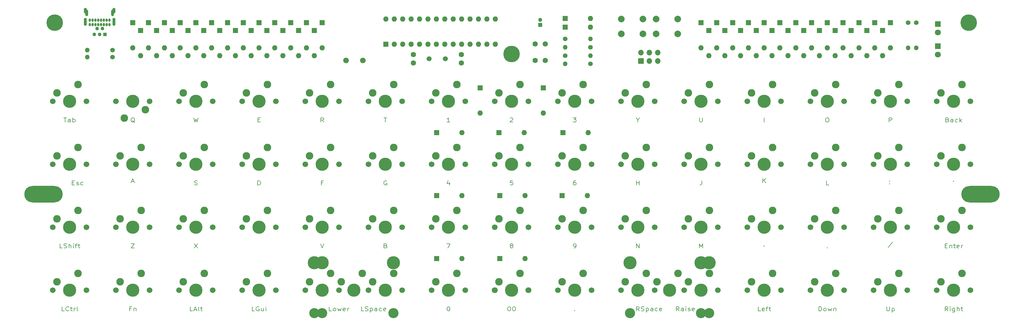
<source format=gbr>
G04 #@! TF.GenerationSoftware,KiCad,Pcbnew,(5.1.10-1-10_14)*
G04 #@! TF.CreationDate,2021-09-01T20:14:40+02:00*
G04 #@! TF.ProjectId,rosaline-ortho,726f7361-6c69-46e6-952d-6f7274686f2e,1.1*
G04 #@! TF.SameCoordinates,Original*
G04 #@! TF.FileFunction,Soldermask,Top*
G04 #@! TF.FilePolarity,Negative*
%FSLAX46Y46*%
G04 Gerber Fmt 4.6, Leading zero omitted, Abs format (unit mm)*
G04 Created by KiCad (PCBNEW (5.1.10-1-10_14)) date 2021-09-01 20:14:40*
%MOMM*%
%LPD*%
G01*
G04 APERTURE LIST*
%ADD10C,0.203200*%
%ADD11C,2.286000*%
%ADD12C,3.987800*%
%ADD13C,3.048000*%
%ADD14C,1.701800*%
%ADD15C,1.800000*%
%ADD16O,1.600000X1.600000*%
%ADD17R,1.600000X1.600000*%
%ADD18O,0.700000X1.000000*%
%ADD19O,0.900000X2.400000*%
%ADD20O,0.900000X1.700000*%
%ADD21C,1.100000*%
%ADD22R,1.100000X1.100000*%
%ADD23O,0.850000X2.000000*%
%ADD24O,11.600000X5.000000*%
%ADD25C,5.000000*%
%ADD26O,1.400000X1.400000*%
%ADD27C,1.400000*%
%ADD28C,1.710000*%
%ADD29R,1.200000X1.200000*%
%ADD30C,1.200000*%
%ADD31C,1.600000*%
%ADD32R,1.700000X1.700000*%
%ADD33O,1.700000X1.700000*%
%ADD34R,1.800000X1.800000*%
%ADD35C,2.000000*%
%ADD36C,1.500000*%
G04 APERTURE END LIST*
D10*
X132842000Y-126463273D02*
X133858000Y-126463273D01*
X133204857Y-127733273D01*
X133785428Y-89633273D02*
X132914571Y-89633273D01*
X133350000Y-89633273D02*
X133350000Y-88363273D01*
X133204857Y-88544702D01*
X133059714Y-88665654D01*
X132914571Y-88726130D01*
X56714571Y-108622797D02*
X56932285Y-108683273D01*
X57295142Y-108683273D01*
X57440285Y-108622797D01*
X57512857Y-108562321D01*
X57585428Y-108441369D01*
X57585428Y-108320416D01*
X57512857Y-108199464D01*
X57440285Y-108138988D01*
X57295142Y-108078511D01*
X57004857Y-108018035D01*
X56859714Y-107957559D01*
X56787142Y-107897083D01*
X56714571Y-107776130D01*
X56714571Y-107655178D01*
X56787142Y-107534226D01*
X56859714Y-107473750D01*
X57004857Y-107413273D01*
X57367714Y-107413273D01*
X57585428Y-107473750D01*
X228672571Y-126958422D02*
X228672571Y-127018898D01*
X228600000Y-127139851D01*
X228527428Y-127200327D01*
X228200857Y-107968898D02*
X228200857Y-106698898D01*
X229071714Y-107968898D02*
X228418571Y-107243184D01*
X229071714Y-106698898D02*
X228200857Y-107424613D01*
X56496857Y-88363273D02*
X56859714Y-89633273D01*
X57150000Y-88726130D01*
X57440285Y-89633273D01*
X57803142Y-88363273D01*
X283899428Y-88968035D02*
X284117142Y-89028511D01*
X284189714Y-89088988D01*
X284262285Y-89209940D01*
X284262285Y-89391369D01*
X284189714Y-89512321D01*
X284117142Y-89572797D01*
X283972000Y-89633273D01*
X283391428Y-89633273D01*
X283391428Y-88363273D01*
X283899428Y-88363273D01*
X284044571Y-88423750D01*
X284117142Y-88484226D01*
X284189714Y-88605178D01*
X284189714Y-88726130D01*
X284117142Y-88847083D01*
X284044571Y-88907559D01*
X283899428Y-88968035D01*
X283391428Y-88968035D01*
X285568571Y-89633273D02*
X285568571Y-88968035D01*
X285496000Y-88847083D01*
X285350857Y-88786607D01*
X285060571Y-88786607D01*
X284915428Y-88847083D01*
X285568571Y-89572797D02*
X285423428Y-89633273D01*
X285060571Y-89633273D01*
X284915428Y-89572797D01*
X284842857Y-89451845D01*
X284842857Y-89330892D01*
X284915428Y-89209940D01*
X285060571Y-89149464D01*
X285423428Y-89149464D01*
X285568571Y-89088988D01*
X286947428Y-89572797D02*
X286802285Y-89633273D01*
X286512000Y-89633273D01*
X286366857Y-89572797D01*
X286294285Y-89512321D01*
X286221714Y-89391369D01*
X286221714Y-89028511D01*
X286294285Y-88907559D01*
X286366857Y-88847083D01*
X286512000Y-88786607D01*
X286802285Y-88786607D01*
X286947428Y-88847083D01*
X287600571Y-89633273D02*
X287600571Y-88363273D01*
X287745714Y-89149464D02*
X288181142Y-89633273D01*
X288181142Y-88786607D02*
X287600571Y-89270416D01*
X267353142Y-125926547D02*
X266046857Y-127559404D01*
X266534446Y-108146547D02*
X266534446Y-108207023D01*
X266461875Y-108327976D01*
X266389303Y-108388452D01*
X266461875Y-107420833D02*
X266534446Y-107481309D01*
X266461875Y-107541785D01*
X266389303Y-107481309D01*
X266461875Y-107420833D01*
X266461875Y-107541785D01*
X266300857Y-89633273D02*
X266300857Y-88363273D01*
X266881428Y-88363273D01*
X267026571Y-88423750D01*
X267099142Y-88484226D01*
X267171714Y-88605178D01*
X267171714Y-88786607D01*
X267099142Y-88907559D01*
X267026571Y-88968035D01*
X266881428Y-89028511D01*
X266300857Y-89028511D01*
X245073714Y-146783273D02*
X245073714Y-145513273D01*
X245436571Y-145513273D01*
X245654285Y-145573750D01*
X245799428Y-145694702D01*
X245872000Y-145815654D01*
X245944571Y-146057559D01*
X245944571Y-146238988D01*
X245872000Y-146480892D01*
X245799428Y-146601845D01*
X245654285Y-146722797D01*
X245436571Y-146783273D01*
X245073714Y-146783273D01*
X246815428Y-146783273D02*
X246670285Y-146722797D01*
X246597714Y-146662321D01*
X246525142Y-146541369D01*
X246525142Y-146178511D01*
X246597714Y-146057559D01*
X246670285Y-145997083D01*
X246815428Y-145936607D01*
X247033142Y-145936607D01*
X247178285Y-145997083D01*
X247250857Y-146057559D01*
X247323428Y-146178511D01*
X247323428Y-146541369D01*
X247250857Y-146662321D01*
X247178285Y-146722797D01*
X247033142Y-146783273D01*
X246815428Y-146783273D01*
X247831428Y-145936607D02*
X248121714Y-146783273D01*
X248412000Y-146178511D01*
X248702285Y-146783273D01*
X248992571Y-145936607D01*
X249573142Y-145936607D02*
X249573142Y-146783273D01*
X249573142Y-146057559D02*
X249645714Y-145997083D01*
X249790857Y-145936607D01*
X250008571Y-145936607D01*
X250153714Y-145997083D01*
X250226285Y-146118035D01*
X250226285Y-146783273D01*
X247650000Y-127612321D02*
X247722571Y-127672797D01*
X247650000Y-127733273D01*
X247577428Y-127672797D01*
X247650000Y-127612321D01*
X247650000Y-127733273D01*
X248121714Y-108683273D02*
X247396000Y-108683273D01*
X247396000Y-107413273D01*
X247504857Y-88363273D02*
X247795142Y-88363273D01*
X247940285Y-88423750D01*
X248085428Y-88544702D01*
X248158000Y-88786607D01*
X248158000Y-89209940D01*
X248085428Y-89451845D01*
X247940285Y-89572797D01*
X247795142Y-89633273D01*
X247504857Y-89633273D01*
X247359714Y-89572797D01*
X247214571Y-89451845D01*
X247142000Y-89209940D01*
X247142000Y-88786607D01*
X247214571Y-88544702D01*
X247359714Y-88423750D01*
X247504857Y-88363273D01*
X228600000Y-89633273D02*
X228600000Y-88363273D01*
X202936928Y-146783273D02*
X202428928Y-146178511D01*
X202066071Y-146783273D02*
X202066071Y-145513273D01*
X202646642Y-145513273D01*
X202791785Y-145573750D01*
X202864357Y-145634226D01*
X202936928Y-145755178D01*
X202936928Y-145936607D01*
X202864357Y-146057559D01*
X202791785Y-146118035D01*
X202646642Y-146178511D01*
X202066071Y-146178511D01*
X204243214Y-146783273D02*
X204243214Y-146118035D01*
X204170642Y-145997083D01*
X204025500Y-145936607D01*
X203735214Y-145936607D01*
X203590071Y-145997083D01*
X204243214Y-146722797D02*
X204098071Y-146783273D01*
X203735214Y-146783273D01*
X203590071Y-146722797D01*
X203517500Y-146601845D01*
X203517500Y-146480892D01*
X203590071Y-146359940D01*
X203735214Y-146299464D01*
X204098071Y-146299464D01*
X204243214Y-146238988D01*
X204968928Y-146783273D02*
X204968928Y-145936607D01*
X204968928Y-145513273D02*
X204896357Y-145573750D01*
X204968928Y-145634226D01*
X205041500Y-145573750D01*
X204968928Y-145513273D01*
X204968928Y-145634226D01*
X205622071Y-146722797D02*
X205767214Y-146783273D01*
X206057500Y-146783273D01*
X206202642Y-146722797D01*
X206275214Y-146601845D01*
X206275214Y-146541369D01*
X206202642Y-146420416D01*
X206057500Y-146359940D01*
X205839785Y-146359940D01*
X205694642Y-146299464D01*
X205622071Y-146178511D01*
X205622071Y-146118035D01*
X205694642Y-145997083D01*
X205839785Y-145936607D01*
X206057500Y-145936607D01*
X206202642Y-145997083D01*
X207508928Y-146722797D02*
X207363785Y-146783273D01*
X207073500Y-146783273D01*
X206928357Y-146722797D01*
X206855785Y-146601845D01*
X206855785Y-146118035D01*
X206928357Y-145997083D01*
X207073500Y-145936607D01*
X207363785Y-145936607D01*
X207508928Y-145997083D01*
X207581500Y-146118035D01*
X207581500Y-146238988D01*
X206855785Y-146359940D01*
X209042000Y-127733273D02*
X209042000Y-126463273D01*
X209550000Y-127370416D01*
X210058000Y-126463273D01*
X210058000Y-127733273D01*
X209767714Y-107413273D02*
X209767714Y-108320416D01*
X209695142Y-108501845D01*
X209550000Y-108622797D01*
X209332285Y-108683273D01*
X209187142Y-108683273D01*
X209114571Y-88363273D02*
X209114571Y-89391369D01*
X209187142Y-89512321D01*
X209259714Y-89572797D01*
X209404857Y-89633273D01*
X209695142Y-89633273D01*
X209840285Y-89572797D01*
X209912857Y-89512321D01*
X209985428Y-89391369D01*
X209985428Y-88363273D01*
X190500000Y-89028511D02*
X190500000Y-89633273D01*
X189992000Y-88363273D02*
X190500000Y-89028511D01*
X191008000Y-88363273D01*
X171450000Y-146662321D02*
X171522571Y-146722797D01*
X171450000Y-146783273D01*
X171377428Y-146722797D01*
X171450000Y-146662321D01*
X171450000Y-146783273D01*
X171159714Y-127733273D02*
X171450000Y-127733273D01*
X171595142Y-127672797D01*
X171667714Y-127612321D01*
X171812857Y-127430892D01*
X171885428Y-127188988D01*
X171885428Y-126705178D01*
X171812857Y-126584226D01*
X171740285Y-126523750D01*
X171595142Y-126463273D01*
X171304857Y-126463273D01*
X171159714Y-126523750D01*
X171087142Y-126584226D01*
X171014571Y-126705178D01*
X171014571Y-127007559D01*
X171087142Y-127128511D01*
X171159714Y-127188988D01*
X171304857Y-127249464D01*
X171595142Y-127249464D01*
X171740285Y-127188988D01*
X171812857Y-127128511D01*
X171885428Y-127007559D01*
X171740285Y-107413273D02*
X171450000Y-107413273D01*
X171304857Y-107473750D01*
X171232285Y-107534226D01*
X171087142Y-107715654D01*
X171014571Y-107957559D01*
X171014571Y-108441369D01*
X171087142Y-108562321D01*
X171159714Y-108622797D01*
X171304857Y-108683273D01*
X171595142Y-108683273D01*
X171740285Y-108622797D01*
X171812857Y-108562321D01*
X171885428Y-108441369D01*
X171885428Y-108138988D01*
X171812857Y-108018035D01*
X171740285Y-107957559D01*
X171595142Y-107897083D01*
X171304857Y-107897083D01*
X171159714Y-107957559D01*
X171087142Y-108018035D01*
X171014571Y-108138988D01*
X170942000Y-88363273D02*
X171885428Y-88363273D01*
X171377428Y-88847083D01*
X171595142Y-88847083D01*
X171740285Y-88907559D01*
X171812857Y-88968035D01*
X171885428Y-89088988D01*
X171885428Y-89391369D01*
X171812857Y-89512321D01*
X171740285Y-89572797D01*
X171595142Y-89633273D01*
X171159714Y-89633273D01*
X171014571Y-89572797D01*
X170942000Y-89512321D01*
X152762857Y-107413273D02*
X152037142Y-107413273D01*
X151964571Y-108018035D01*
X152037142Y-107957559D01*
X152182285Y-107897083D01*
X152545142Y-107897083D01*
X152690285Y-107957559D01*
X152762857Y-108018035D01*
X152835428Y-108138988D01*
X152835428Y-108441369D01*
X152762857Y-108562321D01*
X152690285Y-108622797D01*
X152545142Y-108683273D01*
X152182285Y-108683273D01*
X152037142Y-108622797D01*
X151964571Y-108562321D01*
X151964571Y-88484226D02*
X152037142Y-88423750D01*
X152182285Y-88363273D01*
X152545142Y-88363273D01*
X152690285Y-88423750D01*
X152762857Y-88484226D01*
X152835428Y-88605178D01*
X152835428Y-88726130D01*
X152762857Y-88907559D01*
X151892000Y-89633273D01*
X152835428Y-89633273D01*
X133277428Y-145513273D02*
X133422571Y-145513273D01*
X133567714Y-145573750D01*
X133640285Y-145634226D01*
X133712857Y-145755178D01*
X133785428Y-145997083D01*
X133785428Y-146299464D01*
X133712857Y-146541369D01*
X133640285Y-146662321D01*
X133567714Y-146722797D01*
X133422571Y-146783273D01*
X133277428Y-146783273D01*
X133132285Y-146722797D01*
X133059714Y-146662321D01*
X132987142Y-146541369D01*
X132914571Y-146299464D01*
X132914571Y-145997083D01*
X132987142Y-145755178D01*
X133059714Y-145634226D01*
X133132285Y-145573750D01*
X133277428Y-145513273D01*
X133640285Y-107836607D02*
X133640285Y-108683273D01*
X133277428Y-107352797D02*
X132914571Y-108259940D01*
X133858000Y-108259940D01*
X113864571Y-88363273D02*
X114735428Y-88363273D01*
X114300000Y-89633273D02*
X114300000Y-88363273D01*
X98109767Y-146783273D02*
X97384053Y-146783273D01*
X97384053Y-145513273D01*
X98835482Y-146783273D02*
X98690339Y-146722797D01*
X98617767Y-146662321D01*
X98545196Y-146541369D01*
X98545196Y-146178511D01*
X98617767Y-146057559D01*
X98690339Y-145997083D01*
X98835482Y-145936607D01*
X99053196Y-145936607D01*
X99198339Y-145997083D01*
X99270910Y-146057559D01*
X99343482Y-146178511D01*
X99343482Y-146541369D01*
X99270910Y-146662321D01*
X99198339Y-146722797D01*
X99053196Y-146783273D01*
X98835482Y-146783273D01*
X99851482Y-145936607D02*
X100141767Y-146783273D01*
X100432053Y-146178511D01*
X100722339Y-146783273D01*
X101012625Y-145936607D01*
X102173767Y-146722797D02*
X102028625Y-146783273D01*
X101738339Y-146783273D01*
X101593196Y-146722797D01*
X101520625Y-146601845D01*
X101520625Y-146118035D01*
X101593196Y-145997083D01*
X101738339Y-145936607D01*
X102028625Y-145936607D01*
X102173767Y-145997083D01*
X102246339Y-146118035D01*
X102246339Y-146238988D01*
X101520625Y-146359940D01*
X102899482Y-146783273D02*
X102899482Y-145936607D01*
X102899482Y-146178511D02*
X102972053Y-146057559D01*
X103044625Y-145997083D01*
X103189767Y-145936607D01*
X103334910Y-145936607D01*
X94742000Y-126463273D02*
X95250000Y-127733273D01*
X95758000Y-126463273D01*
X95467714Y-108018035D02*
X94959714Y-108018035D01*
X94959714Y-108683273D02*
X94959714Y-107413273D01*
X95685428Y-107413273D01*
X95721714Y-89633273D02*
X95213714Y-89028511D01*
X94850857Y-89633273D02*
X94850857Y-88363273D01*
X95431428Y-88363273D01*
X95576571Y-88423750D01*
X95649142Y-88484226D01*
X95721714Y-88605178D01*
X95721714Y-88786607D01*
X95649142Y-88907559D01*
X95576571Y-88968035D01*
X95431428Y-89028511D01*
X94850857Y-89028511D01*
X75873428Y-88968035D02*
X76381428Y-88968035D01*
X76599142Y-89633273D02*
X75873428Y-89633273D01*
X75873428Y-88363273D01*
X76599142Y-88363273D01*
X56134000Y-146783273D02*
X55408285Y-146783273D01*
X55408285Y-145513273D01*
X56569428Y-146420416D02*
X57295142Y-146420416D01*
X56424285Y-146783273D02*
X56932285Y-145513273D01*
X57440285Y-146783273D01*
X58166000Y-146783273D02*
X58020857Y-146722797D01*
X57948285Y-146601845D01*
X57948285Y-145513273D01*
X58528857Y-145936607D02*
X59109428Y-145936607D01*
X58746571Y-145513273D02*
X58746571Y-146601845D01*
X58819142Y-146722797D01*
X58964285Y-146783273D01*
X59109428Y-146783273D01*
X56642000Y-126463273D02*
X57658000Y-127733273D01*
X57658000Y-126463273D02*
X56642000Y-127733273D01*
X37737142Y-107606041D02*
X38462857Y-107606041D01*
X37592000Y-107968898D02*
X38100000Y-106698898D01*
X38608000Y-107968898D01*
X19834678Y-108018035D02*
X20342678Y-108018035D01*
X20560392Y-108683273D02*
X19834678Y-108683273D01*
X19834678Y-107413273D01*
X20560392Y-107413273D01*
X21140964Y-108622797D02*
X21286107Y-108683273D01*
X21576392Y-108683273D01*
X21721535Y-108622797D01*
X21794107Y-108501845D01*
X21794107Y-108441369D01*
X21721535Y-108320416D01*
X21576392Y-108259940D01*
X21358678Y-108259940D01*
X21213535Y-108199464D01*
X21140964Y-108078511D01*
X21140964Y-108018035D01*
X21213535Y-107897083D01*
X21358678Y-107836607D01*
X21576392Y-107836607D01*
X21721535Y-107897083D01*
X23100392Y-108622797D02*
X22955250Y-108683273D01*
X22664964Y-108683273D01*
X22519821Y-108622797D01*
X22447250Y-108562321D01*
X22374678Y-108441369D01*
X22374678Y-108078511D01*
X22447250Y-107957559D01*
X22519821Y-107897083D01*
X22664964Y-107836607D01*
X22955250Y-107836607D01*
X23100392Y-107897083D01*
X17235714Y-88363273D02*
X18106571Y-88363273D01*
X17671142Y-89633273D02*
X17671142Y-88363273D01*
X19267714Y-89633273D02*
X19267714Y-88968035D01*
X19195142Y-88847083D01*
X19050000Y-88786607D01*
X18759714Y-88786607D01*
X18614571Y-88847083D01*
X19267714Y-89572797D02*
X19122571Y-89633273D01*
X18759714Y-89633273D01*
X18614571Y-89572797D01*
X18542000Y-89451845D01*
X18542000Y-89330892D01*
X18614571Y-89209940D01*
X18759714Y-89149464D01*
X19122571Y-89149464D01*
X19267714Y-89088988D01*
X19993428Y-89633273D02*
X19993428Y-88363273D01*
X19993428Y-88847083D02*
X20138571Y-88786607D01*
X20428857Y-88786607D01*
X20574000Y-88847083D01*
X20646571Y-88907559D01*
X20719142Y-89028511D01*
X20719142Y-89391369D01*
X20646571Y-89512321D01*
X20574000Y-89572797D01*
X20428857Y-89633273D01*
X20138571Y-89633273D01*
X19993428Y-89572797D01*
X16872857Y-127733273D02*
X16147142Y-127733273D01*
X16147142Y-126463273D01*
X17308285Y-127672797D02*
X17526000Y-127733273D01*
X17888857Y-127733273D01*
X18034000Y-127672797D01*
X18106571Y-127612321D01*
X18179142Y-127491369D01*
X18179142Y-127370416D01*
X18106571Y-127249464D01*
X18034000Y-127188988D01*
X17888857Y-127128511D01*
X17598571Y-127068035D01*
X17453428Y-127007559D01*
X17380857Y-126947083D01*
X17308285Y-126826130D01*
X17308285Y-126705178D01*
X17380857Y-126584226D01*
X17453428Y-126523750D01*
X17598571Y-126463273D01*
X17961428Y-126463273D01*
X18179142Y-126523750D01*
X18832285Y-127733273D02*
X18832285Y-126463273D01*
X19485428Y-127733273D02*
X19485428Y-127068035D01*
X19412857Y-126947083D01*
X19267714Y-126886607D01*
X19050000Y-126886607D01*
X18904857Y-126947083D01*
X18832285Y-127007559D01*
X20211142Y-127733273D02*
X20211142Y-126886607D01*
X20211142Y-126463273D02*
X20138571Y-126523750D01*
X20211142Y-126584226D01*
X20283714Y-126523750D01*
X20211142Y-126463273D01*
X20211142Y-126584226D01*
X20719142Y-126886607D02*
X21299714Y-126886607D01*
X20936857Y-127733273D02*
X20936857Y-126644702D01*
X21009428Y-126523750D01*
X21154571Y-126463273D01*
X21299714Y-126463273D01*
X21590000Y-126886607D02*
X22170571Y-126886607D01*
X21807714Y-126463273D02*
X21807714Y-127551845D01*
X21880285Y-127672797D01*
X22025428Y-127733273D01*
X22170571Y-127733273D01*
X17453428Y-146783273D02*
X16727714Y-146783273D01*
X16727714Y-145513273D01*
X18832285Y-146662321D02*
X18759714Y-146722797D01*
X18542000Y-146783273D01*
X18396857Y-146783273D01*
X18179142Y-146722797D01*
X18034000Y-146601845D01*
X17961428Y-146480892D01*
X17888857Y-146238988D01*
X17888857Y-146057559D01*
X17961428Y-145815654D01*
X18034000Y-145694702D01*
X18179142Y-145573750D01*
X18396857Y-145513273D01*
X18542000Y-145513273D01*
X18759714Y-145573750D01*
X18832285Y-145634226D01*
X19267714Y-145936607D02*
X19848285Y-145936607D01*
X19485428Y-145513273D02*
X19485428Y-146601845D01*
X19558000Y-146722797D01*
X19703142Y-146783273D01*
X19848285Y-146783273D01*
X20356285Y-146783273D02*
X20356285Y-145936607D01*
X20356285Y-146178511D02*
X20428857Y-146057559D01*
X20501428Y-145997083D01*
X20646571Y-145936607D01*
X20791714Y-145936607D01*
X21517428Y-146783273D02*
X21372285Y-146722797D01*
X21299714Y-146601845D01*
X21299714Y-145513273D01*
X38680571Y-89754226D02*
X38535428Y-89693750D01*
X38390285Y-89572797D01*
X38172571Y-89391369D01*
X38027428Y-89330892D01*
X37882285Y-89330892D01*
X37954857Y-89633273D02*
X37809714Y-89572797D01*
X37664571Y-89451845D01*
X37592000Y-89209940D01*
X37592000Y-88786607D01*
X37664571Y-88544702D01*
X37809714Y-88423750D01*
X37954857Y-88363273D01*
X38245142Y-88363273D01*
X38390285Y-88423750D01*
X38535428Y-88544702D01*
X38608000Y-88786607D01*
X38608000Y-89209940D01*
X38535428Y-89451845D01*
X38390285Y-89572797D01*
X38245142Y-89633273D01*
X37954857Y-89633273D01*
X37592000Y-126463273D02*
X38608000Y-126463273D01*
X37592000Y-127733273D01*
X38608000Y-127733273D01*
X37628285Y-146118035D02*
X37120285Y-146118035D01*
X37120285Y-146783273D02*
X37120285Y-145513273D01*
X37846000Y-145513273D01*
X38426571Y-145936607D02*
X38426571Y-146783273D01*
X38426571Y-146057559D02*
X38499142Y-145997083D01*
X38644285Y-145936607D01*
X38862000Y-145936607D01*
X39007142Y-145997083D01*
X39079714Y-146118035D01*
X39079714Y-146783273D01*
X75800857Y-108683273D02*
X75800857Y-107413273D01*
X76163714Y-107413273D01*
X76381428Y-107473750D01*
X76526571Y-107594702D01*
X76599142Y-107715654D01*
X76671714Y-107957559D01*
X76671714Y-108138988D01*
X76599142Y-108380892D01*
X76526571Y-108501845D01*
X76381428Y-108622797D01*
X76163714Y-108683273D01*
X75800857Y-108683273D01*
X74857428Y-146783273D02*
X74131714Y-146783273D01*
X74131714Y-145513273D01*
X76163714Y-145573750D02*
X76018571Y-145513273D01*
X75800857Y-145513273D01*
X75583142Y-145573750D01*
X75438000Y-145694702D01*
X75365428Y-145815654D01*
X75292857Y-146057559D01*
X75292857Y-146238988D01*
X75365428Y-146480892D01*
X75438000Y-146601845D01*
X75583142Y-146722797D01*
X75800857Y-146783273D01*
X75946000Y-146783273D01*
X76163714Y-146722797D01*
X76236285Y-146662321D01*
X76236285Y-146238988D01*
X75946000Y-146238988D01*
X77542571Y-145936607D02*
X77542571Y-146783273D01*
X76889428Y-145936607D02*
X76889428Y-146601845D01*
X76962000Y-146722797D01*
X77107142Y-146783273D01*
X77324857Y-146783273D01*
X77470000Y-146722797D01*
X77542571Y-146662321D01*
X78268285Y-146783273D02*
X78268285Y-145936607D01*
X78268285Y-145513273D02*
X78195714Y-145573750D01*
X78268285Y-145634226D01*
X78340857Y-145573750D01*
X78268285Y-145513273D01*
X78268285Y-145634226D01*
X114699142Y-107473750D02*
X114554000Y-107413273D01*
X114336285Y-107413273D01*
X114118571Y-107473750D01*
X113973428Y-107594702D01*
X113900857Y-107715654D01*
X113828285Y-107957559D01*
X113828285Y-108138988D01*
X113900857Y-108380892D01*
X113973428Y-108501845D01*
X114118571Y-108622797D01*
X114336285Y-108683273D01*
X114481428Y-108683273D01*
X114699142Y-108622797D01*
X114771714Y-108562321D01*
X114771714Y-108138988D01*
X114481428Y-108138988D01*
X114408857Y-127068035D02*
X114626571Y-127128511D01*
X114699142Y-127188988D01*
X114771714Y-127309940D01*
X114771714Y-127491369D01*
X114699142Y-127612321D01*
X114626571Y-127672797D01*
X114481428Y-127733273D01*
X113900857Y-127733273D01*
X113900857Y-126463273D01*
X114408857Y-126463273D01*
X114554000Y-126523750D01*
X114626571Y-126584226D01*
X114699142Y-126705178D01*
X114699142Y-126826130D01*
X114626571Y-126947083D01*
X114554000Y-127007559D01*
X114408857Y-127068035D01*
X113900857Y-127068035D01*
X107788982Y-146783273D02*
X107063267Y-146783273D01*
X107063267Y-145513273D01*
X108224410Y-146722797D02*
X108442125Y-146783273D01*
X108804982Y-146783273D01*
X108950125Y-146722797D01*
X109022696Y-146662321D01*
X109095267Y-146541369D01*
X109095267Y-146420416D01*
X109022696Y-146299464D01*
X108950125Y-146238988D01*
X108804982Y-146178511D01*
X108514696Y-146118035D01*
X108369553Y-146057559D01*
X108296982Y-145997083D01*
X108224410Y-145876130D01*
X108224410Y-145755178D01*
X108296982Y-145634226D01*
X108369553Y-145573750D01*
X108514696Y-145513273D01*
X108877553Y-145513273D01*
X109095267Y-145573750D01*
X109748410Y-145936607D02*
X109748410Y-147206607D01*
X109748410Y-145997083D02*
X109893553Y-145936607D01*
X110183839Y-145936607D01*
X110328982Y-145997083D01*
X110401553Y-146057559D01*
X110474125Y-146178511D01*
X110474125Y-146541369D01*
X110401553Y-146662321D01*
X110328982Y-146722797D01*
X110183839Y-146783273D01*
X109893553Y-146783273D01*
X109748410Y-146722797D01*
X111780410Y-146783273D02*
X111780410Y-146118035D01*
X111707839Y-145997083D01*
X111562696Y-145936607D01*
X111272410Y-145936607D01*
X111127267Y-145997083D01*
X111780410Y-146722797D02*
X111635267Y-146783273D01*
X111272410Y-146783273D01*
X111127267Y-146722797D01*
X111054696Y-146601845D01*
X111054696Y-146480892D01*
X111127267Y-146359940D01*
X111272410Y-146299464D01*
X111635267Y-146299464D01*
X111780410Y-146238988D01*
X113159267Y-146722797D02*
X113014125Y-146783273D01*
X112723839Y-146783273D01*
X112578696Y-146722797D01*
X112506125Y-146662321D01*
X112433553Y-146541369D01*
X112433553Y-146178511D01*
X112506125Y-146057559D01*
X112578696Y-145997083D01*
X112723839Y-145936607D01*
X113014125Y-145936607D01*
X113159267Y-145997083D01*
X114392982Y-146722797D02*
X114247839Y-146783273D01*
X113957553Y-146783273D01*
X113812410Y-146722797D01*
X113739839Y-146601845D01*
X113739839Y-146118035D01*
X113812410Y-145997083D01*
X113957553Y-145936607D01*
X114247839Y-145936607D01*
X114392982Y-145997083D01*
X114465553Y-146118035D01*
X114465553Y-146238988D01*
X113739839Y-146359940D01*
X152254857Y-127007559D02*
X152109714Y-126947083D01*
X152037142Y-126886607D01*
X151964571Y-126765654D01*
X151964571Y-126705178D01*
X152037142Y-126584226D01*
X152109714Y-126523750D01*
X152254857Y-126463273D01*
X152545142Y-126463273D01*
X152690285Y-126523750D01*
X152762857Y-126584226D01*
X152835428Y-126705178D01*
X152835428Y-126765654D01*
X152762857Y-126886607D01*
X152690285Y-126947083D01*
X152545142Y-127007559D01*
X152254857Y-127007559D01*
X152109714Y-127068035D01*
X152037142Y-127128511D01*
X151964571Y-127249464D01*
X151964571Y-127491369D01*
X152037142Y-127612321D01*
X152109714Y-127672797D01*
X152254857Y-127733273D01*
X152545142Y-127733273D01*
X152690285Y-127672797D01*
X152762857Y-127612321D01*
X152835428Y-127491369D01*
X152835428Y-127249464D01*
X152762857Y-127128511D01*
X152690285Y-127068035D01*
X152545142Y-127007559D01*
X151601714Y-145513273D02*
X151746857Y-145513273D01*
X151892000Y-145573750D01*
X151964571Y-145634226D01*
X152037142Y-145755178D01*
X152109714Y-145997083D01*
X152109714Y-146299464D01*
X152037142Y-146541369D01*
X151964571Y-146662321D01*
X151892000Y-146722797D01*
X151746857Y-146783273D01*
X151601714Y-146783273D01*
X151456571Y-146722797D01*
X151384000Y-146662321D01*
X151311428Y-146541369D01*
X151238857Y-146299464D01*
X151238857Y-145997083D01*
X151311428Y-145755178D01*
X151384000Y-145634226D01*
X151456571Y-145573750D01*
X151601714Y-145513273D01*
X153053142Y-145513273D02*
X153198285Y-145513273D01*
X153343428Y-145573750D01*
X153416000Y-145634226D01*
X153488571Y-145755178D01*
X153561142Y-145997083D01*
X153561142Y-146299464D01*
X153488571Y-146541369D01*
X153416000Y-146662321D01*
X153343428Y-146722797D01*
X153198285Y-146783273D01*
X153053142Y-146783273D01*
X152908000Y-146722797D01*
X152835428Y-146662321D01*
X152762857Y-146541369D01*
X152690285Y-146299464D01*
X152690285Y-145997083D01*
X152762857Y-145755178D01*
X152835428Y-145634226D01*
X152908000Y-145573750D01*
X153053142Y-145513273D01*
X190064571Y-108683273D02*
X190064571Y-107413273D01*
X190064571Y-108018035D02*
X190935428Y-108018035D01*
X190935428Y-108683273D02*
X190935428Y-107413273D01*
X190064571Y-127733273D02*
X190064571Y-126463273D01*
X190935428Y-127733273D01*
X190935428Y-126463273D01*
X190894607Y-146783273D02*
X190386607Y-146178511D01*
X190023750Y-146783273D02*
X190023750Y-145513273D01*
X190604321Y-145513273D01*
X190749464Y-145573750D01*
X190822035Y-145634226D01*
X190894607Y-145755178D01*
X190894607Y-145936607D01*
X190822035Y-146057559D01*
X190749464Y-146118035D01*
X190604321Y-146178511D01*
X190023750Y-146178511D01*
X191475178Y-146722797D02*
X191692892Y-146783273D01*
X192055750Y-146783273D01*
X192200892Y-146722797D01*
X192273464Y-146662321D01*
X192346035Y-146541369D01*
X192346035Y-146420416D01*
X192273464Y-146299464D01*
X192200892Y-146238988D01*
X192055750Y-146178511D01*
X191765464Y-146118035D01*
X191620321Y-146057559D01*
X191547750Y-145997083D01*
X191475178Y-145876130D01*
X191475178Y-145755178D01*
X191547750Y-145634226D01*
X191620321Y-145573750D01*
X191765464Y-145513273D01*
X192128321Y-145513273D01*
X192346035Y-145573750D01*
X192999178Y-145936607D02*
X192999178Y-147206607D01*
X192999178Y-145997083D02*
X193144321Y-145936607D01*
X193434607Y-145936607D01*
X193579750Y-145997083D01*
X193652321Y-146057559D01*
X193724892Y-146178511D01*
X193724892Y-146541369D01*
X193652321Y-146662321D01*
X193579750Y-146722797D01*
X193434607Y-146783273D01*
X193144321Y-146783273D01*
X192999178Y-146722797D01*
X195031178Y-146783273D02*
X195031178Y-146118035D01*
X194958607Y-145997083D01*
X194813464Y-145936607D01*
X194523178Y-145936607D01*
X194378035Y-145997083D01*
X195031178Y-146722797D02*
X194886035Y-146783273D01*
X194523178Y-146783273D01*
X194378035Y-146722797D01*
X194305464Y-146601845D01*
X194305464Y-146480892D01*
X194378035Y-146359940D01*
X194523178Y-146299464D01*
X194886035Y-146299464D01*
X195031178Y-146238988D01*
X196410035Y-146722797D02*
X196264892Y-146783273D01*
X195974607Y-146783273D01*
X195829464Y-146722797D01*
X195756892Y-146662321D01*
X195684321Y-146541369D01*
X195684321Y-146178511D01*
X195756892Y-146057559D01*
X195829464Y-145997083D01*
X195974607Y-145936607D01*
X196264892Y-145936607D01*
X196410035Y-145997083D01*
X197643750Y-146722797D02*
X197498607Y-146783273D01*
X197208321Y-146783273D01*
X197063178Y-146722797D01*
X196990607Y-146601845D01*
X196990607Y-146118035D01*
X197063178Y-145997083D01*
X197208321Y-145936607D01*
X197498607Y-145936607D01*
X197643750Y-145997083D01*
X197716321Y-146118035D01*
X197716321Y-146238988D01*
X196990607Y-146359940D01*
X227547714Y-146783273D02*
X226822000Y-146783273D01*
X226822000Y-145513273D01*
X228636285Y-146722797D02*
X228491142Y-146783273D01*
X228200857Y-146783273D01*
X228055714Y-146722797D01*
X227983142Y-146601845D01*
X227983142Y-146118035D01*
X228055714Y-145997083D01*
X228200857Y-145936607D01*
X228491142Y-145936607D01*
X228636285Y-145997083D01*
X228708857Y-146118035D01*
X228708857Y-146238988D01*
X227983142Y-146359940D01*
X229144285Y-145936607D02*
X229724857Y-145936607D01*
X229362000Y-146783273D02*
X229362000Y-145694702D01*
X229434571Y-145573750D01*
X229579714Y-145513273D01*
X229724857Y-145513273D01*
X230015142Y-145936607D02*
X230595714Y-145936607D01*
X230232857Y-145513273D02*
X230232857Y-146601845D01*
X230305428Y-146722797D01*
X230450571Y-146783273D01*
X230595714Y-146783273D01*
X265575142Y-145513273D02*
X265575142Y-146541369D01*
X265647714Y-146662321D01*
X265720285Y-146722797D01*
X265865428Y-146783273D01*
X266155714Y-146783273D01*
X266300857Y-146722797D01*
X266373428Y-146662321D01*
X266446000Y-146541369D01*
X266446000Y-145513273D01*
X267171714Y-145936607D02*
X267171714Y-147206607D01*
X267171714Y-145997083D02*
X267316857Y-145936607D01*
X267607142Y-145936607D01*
X267752285Y-145997083D01*
X267824857Y-146057559D01*
X267897428Y-146178511D01*
X267897428Y-146541369D01*
X267824857Y-146662321D01*
X267752285Y-146722797D01*
X267607142Y-146783273D01*
X267316857Y-146783273D01*
X267171714Y-146722797D01*
X285822571Y-107413273D02*
X285677428Y-107655178D01*
X283173714Y-127068035D02*
X283681714Y-127068035D01*
X283899428Y-127733273D02*
X283173714Y-127733273D01*
X283173714Y-126463273D01*
X283899428Y-126463273D01*
X284552571Y-126886607D02*
X284552571Y-127733273D01*
X284552571Y-127007559D02*
X284625142Y-126947083D01*
X284770285Y-126886607D01*
X284988000Y-126886607D01*
X285133142Y-126947083D01*
X285205714Y-127068035D01*
X285205714Y-127733273D01*
X285713714Y-126886607D02*
X286294285Y-126886607D01*
X285931428Y-126463273D02*
X285931428Y-127551845D01*
X286004000Y-127672797D01*
X286149142Y-127733273D01*
X286294285Y-127733273D01*
X287382857Y-127672797D02*
X287237714Y-127733273D01*
X286947428Y-127733273D01*
X286802285Y-127672797D01*
X286729714Y-127551845D01*
X286729714Y-127068035D01*
X286802285Y-126947083D01*
X286947428Y-126886607D01*
X287237714Y-126886607D01*
X287382857Y-126947083D01*
X287455428Y-127068035D01*
X287455428Y-127188988D01*
X286729714Y-127309940D01*
X288108571Y-127733273D02*
X288108571Y-126886607D01*
X288108571Y-127128511D02*
X288181142Y-127007559D01*
X288253714Y-126947083D01*
X288398857Y-126886607D01*
X288544000Y-126886607D01*
X284044571Y-146783273D02*
X283536571Y-146178511D01*
X283173714Y-146783273D02*
X283173714Y-145513273D01*
X283754285Y-145513273D01*
X283899428Y-145573750D01*
X283972000Y-145634226D01*
X284044571Y-145755178D01*
X284044571Y-145936607D01*
X283972000Y-146057559D01*
X283899428Y-146118035D01*
X283754285Y-146178511D01*
X283173714Y-146178511D01*
X284697714Y-146783273D02*
X284697714Y-145936607D01*
X284697714Y-145513273D02*
X284625142Y-145573750D01*
X284697714Y-145634226D01*
X284770285Y-145573750D01*
X284697714Y-145513273D01*
X284697714Y-145634226D01*
X286076571Y-145936607D02*
X286076571Y-146964702D01*
X286004000Y-147085654D01*
X285931428Y-147146130D01*
X285786285Y-147206607D01*
X285568571Y-147206607D01*
X285423428Y-147146130D01*
X286076571Y-146722797D02*
X285931428Y-146783273D01*
X285641142Y-146783273D01*
X285496000Y-146722797D01*
X285423428Y-146662321D01*
X285350857Y-146541369D01*
X285350857Y-146178511D01*
X285423428Y-146057559D01*
X285496000Y-145997083D01*
X285641142Y-145936607D01*
X285931428Y-145936607D01*
X286076571Y-145997083D01*
X286802285Y-146783273D02*
X286802285Y-145513273D01*
X287455428Y-146783273D02*
X287455428Y-146118035D01*
X287382857Y-145997083D01*
X287237714Y-145936607D01*
X287020000Y-145936607D01*
X286874857Y-145997083D01*
X286802285Y-146057559D01*
X287963428Y-145936607D02*
X288544000Y-145936607D01*
X288181142Y-145513273D02*
X288181142Y-146601845D01*
X288253714Y-146722797D01*
X288398857Y-146783273D01*
X288544000Y-146783273D01*
D11*
X107315000Y-135413750D03*
X100965000Y-137953750D03*
D12*
X104775000Y-140493750D03*
D13*
X92837000Y-147478750D03*
X116713000Y-147478750D03*
D12*
X92837000Y-132238750D03*
X116713000Y-132238750D03*
D11*
X202565000Y-135413750D03*
X196215000Y-137953750D03*
D12*
X200025000Y-140493750D03*
D13*
X188087000Y-147478750D03*
X211963000Y-147478750D03*
D12*
X188087000Y-132238750D03*
X211963000Y-132238750D03*
D14*
X138430000Y-121443750D03*
X128270000Y-121443750D03*
D12*
X133350000Y-121443750D03*
D11*
X129540000Y-118903750D03*
X135890000Y-116363750D03*
D14*
X138430000Y-83343750D03*
X128270000Y-83343750D03*
D12*
X133350000Y-83343750D03*
D11*
X129540000Y-80803750D03*
X135890000Y-78263750D03*
D12*
X95250000Y-132238750D03*
X209550000Y-132238750D03*
D13*
X95250000Y-147478750D03*
X209550000Y-147478750D03*
D15*
X147320000Y-140493750D03*
X157480000Y-140493750D03*
D12*
X152400000Y-140493750D03*
D11*
X148590000Y-137953750D03*
X154940000Y-135413750D03*
D14*
X62230000Y-102393750D03*
X52070000Y-102393750D03*
D12*
X57150000Y-102393750D03*
D11*
X53340000Y-99853750D03*
X59690000Y-97313750D03*
D14*
X233680000Y-121443750D03*
X223520000Y-121443750D03*
D12*
X228600000Y-121443750D03*
D11*
X224790000Y-118903750D03*
X231140000Y-116363750D03*
D14*
X233680000Y-102393750D03*
X223520000Y-102393750D03*
D12*
X228600000Y-102393750D03*
D11*
X224790000Y-99853750D03*
X231140000Y-97313750D03*
D16*
X235743750Y-69532500D03*
D17*
X235743750Y-61912500D03*
D18*
X25136968Y-60145127D03*
X25986968Y-60145127D03*
X26836968Y-60145127D03*
X27686968Y-60145127D03*
X28536968Y-60145127D03*
X29386968Y-60145127D03*
X30236968Y-60145127D03*
X31086968Y-60145127D03*
X25986968Y-58795127D03*
X27686968Y-58795127D03*
X26836968Y-58795127D03*
X25136968Y-58795127D03*
X29386968Y-58795127D03*
X30236968Y-58795127D03*
X31086968Y-58795127D03*
X28536968Y-58795127D03*
D19*
X23786968Y-59315127D03*
X32436968Y-59315127D03*
D20*
X23786968Y-55935127D03*
X32436968Y-55935127D03*
D21*
X27308968Y-61339127D03*
X26508968Y-63089127D03*
X28108968Y-63089127D03*
X28908968Y-61339127D03*
D22*
X29708968Y-63089127D03*
D23*
X24208968Y-56639127D03*
X32008968Y-56639127D03*
D16*
X211931250Y-69532500D03*
D17*
X211931250Y-61912500D03*
D16*
X247650000Y-67151250D03*
D17*
X247650000Y-59531250D03*
D24*
X293846250Y-111442500D03*
X11191875Y-111442500D03*
D25*
X290274375Y-59531250D03*
X152400000Y-69056250D03*
X14525625Y-59531250D03*
D17*
X226218750Y-61912500D03*
D16*
X226218750Y-69532500D03*
X64293750Y-69532500D03*
D17*
X64293750Y-61912500D03*
D14*
X62230000Y-83343750D03*
X52070000Y-83343750D03*
D12*
X57150000Y-83343750D03*
D11*
X53340000Y-80803750D03*
X59690000Y-78263750D03*
D14*
X290830000Y-83343750D03*
X280670000Y-83343750D03*
D12*
X285750000Y-83343750D03*
D11*
X281940000Y-80803750D03*
X288290000Y-78263750D03*
D14*
X271780000Y-121443750D03*
X261620000Y-121443750D03*
D12*
X266700000Y-121443750D03*
D11*
X262890000Y-118903750D03*
X269240000Y-116363750D03*
D14*
X271780000Y-102393750D03*
X261620000Y-102393750D03*
D12*
X266700000Y-102393750D03*
D11*
X262890000Y-99853750D03*
X269240000Y-97313750D03*
D14*
X271780000Y-83343750D03*
X261620000Y-83343750D03*
D12*
X266700000Y-83343750D03*
D11*
X262890000Y-80803750D03*
X269240000Y-78263750D03*
D14*
X252730000Y-140493750D03*
X242570000Y-140493750D03*
D12*
X247650000Y-140493750D03*
D11*
X243840000Y-137953750D03*
X250190000Y-135413750D03*
D14*
X252730000Y-121443750D03*
X242570000Y-121443750D03*
D12*
X247650000Y-121443750D03*
D11*
X243840000Y-118903750D03*
X250190000Y-116363750D03*
D14*
X252730000Y-102393750D03*
X242570000Y-102393750D03*
D12*
X247650000Y-102393750D03*
D11*
X243840000Y-99853750D03*
X250190000Y-97313750D03*
D14*
X252730000Y-83343750D03*
X242570000Y-83343750D03*
D12*
X247650000Y-83343750D03*
D11*
X243840000Y-80803750D03*
X250190000Y-78263750D03*
D14*
X233680000Y-83343750D03*
X223520000Y-83343750D03*
D12*
X228600000Y-83343750D03*
D11*
X224790000Y-80803750D03*
X231140000Y-78263750D03*
D14*
X214630000Y-140493750D03*
X204470000Y-140493750D03*
D12*
X209550000Y-140493750D03*
D11*
X205740000Y-137953750D03*
X212090000Y-135413750D03*
D14*
X214630000Y-121443750D03*
X204470000Y-121443750D03*
D12*
X209550000Y-121443750D03*
D11*
X205740000Y-118903750D03*
X212090000Y-116363750D03*
D14*
X214630000Y-102393750D03*
X204470000Y-102393750D03*
D12*
X209550000Y-102393750D03*
D11*
X205740000Y-99853750D03*
X212090000Y-97313750D03*
D14*
X214630000Y-83343750D03*
X204470000Y-83343750D03*
D12*
X209550000Y-83343750D03*
D11*
X205740000Y-80803750D03*
X212090000Y-78263750D03*
D14*
X195580000Y-83343750D03*
X185420000Y-83343750D03*
D12*
X190500000Y-83343750D03*
D11*
X186690000Y-80803750D03*
X193040000Y-78263750D03*
D14*
X176530000Y-140493750D03*
X166370000Y-140493750D03*
D12*
X171450000Y-140493750D03*
D11*
X167640000Y-137953750D03*
X173990000Y-135413750D03*
D14*
X176530000Y-121443750D03*
X166370000Y-121443750D03*
D12*
X171450000Y-121443750D03*
D11*
X167640000Y-118903750D03*
X173990000Y-116363750D03*
D14*
X176530000Y-102393750D03*
X166370000Y-102393750D03*
D12*
X171450000Y-102393750D03*
D11*
X167640000Y-99853750D03*
X173990000Y-97313750D03*
D14*
X176530000Y-83343750D03*
X166370000Y-83343750D03*
D12*
X171450000Y-83343750D03*
D11*
X167640000Y-80803750D03*
X173990000Y-78263750D03*
D14*
X157480000Y-102393750D03*
X147320000Y-102393750D03*
D12*
X152400000Y-102393750D03*
D11*
X148590000Y-99853750D03*
X154940000Y-97313750D03*
D14*
X157480000Y-83343750D03*
X147320000Y-83343750D03*
D12*
X152400000Y-83343750D03*
D11*
X148590000Y-80803750D03*
X154940000Y-78263750D03*
D14*
X138430000Y-140493750D03*
X128270000Y-140493750D03*
D12*
X133350000Y-140493750D03*
D11*
X129540000Y-137953750D03*
X135890000Y-135413750D03*
D14*
X138430000Y-102393750D03*
X128270000Y-102393750D03*
D12*
X133350000Y-102393750D03*
D11*
X129540000Y-99853750D03*
X135890000Y-97313750D03*
D14*
X119380000Y-83343750D03*
X109220000Y-83343750D03*
D12*
X114300000Y-83343750D03*
D11*
X110490000Y-80803750D03*
X116840000Y-78263750D03*
D14*
X100330000Y-140493750D03*
X90170000Y-140493750D03*
D12*
X95250000Y-140493750D03*
D11*
X91440000Y-137953750D03*
X97790000Y-135413750D03*
D14*
X100330000Y-121443750D03*
X90170000Y-121443750D03*
D12*
X95250000Y-121443750D03*
D11*
X91440000Y-118903750D03*
X97790000Y-116363750D03*
D14*
X100330000Y-102393750D03*
X90170000Y-102393750D03*
D12*
X95250000Y-102393750D03*
D11*
X91440000Y-99853750D03*
X97790000Y-97313750D03*
D14*
X100330000Y-83343750D03*
X90170000Y-83343750D03*
D12*
X95250000Y-83343750D03*
D11*
X91440000Y-80803750D03*
X97790000Y-78263750D03*
D14*
X81280000Y-83343750D03*
X71120000Y-83343750D03*
D12*
X76200000Y-83343750D03*
D11*
X72390000Y-80803750D03*
X78740000Y-78263750D03*
D14*
X62230000Y-140493750D03*
X52070000Y-140493750D03*
D12*
X57150000Y-140493750D03*
D11*
X53340000Y-137953750D03*
X59690000Y-135413750D03*
D14*
X62230000Y-121443750D03*
X52070000Y-121443750D03*
D12*
X57150000Y-121443750D03*
D11*
X53340000Y-118903750D03*
X59690000Y-116363750D03*
D14*
X43180000Y-102393750D03*
X33020000Y-102393750D03*
D12*
X38100000Y-102393750D03*
D11*
X34290000Y-99853750D03*
X40640000Y-97313750D03*
D14*
X24130000Y-102393750D03*
X13970000Y-102393750D03*
D12*
X19050000Y-102393750D03*
D11*
X15240000Y-99853750D03*
X21590000Y-97313750D03*
D26*
X176212500Y-64500000D03*
D27*
X168592500Y-64500000D03*
D26*
X168592500Y-67000000D03*
D27*
X176212500Y-67000000D03*
D28*
X107540000Y-70961250D03*
X102460000Y-70961250D03*
D17*
X69056250Y-61912500D03*
D16*
X69056250Y-69532500D03*
D17*
X45243750Y-61912500D03*
D16*
X45243750Y-69532500D03*
D17*
X228600000Y-59531250D03*
D16*
X228600000Y-67151250D03*
X95250000Y-67151250D03*
D17*
X95250000Y-59531250D03*
D29*
X161000000Y-60245625D03*
D30*
X161000000Y-58745625D03*
D31*
X159500000Y-66000000D03*
X159500000Y-71000000D03*
X162500000Y-71000000D03*
X162500000Y-66000000D03*
X137250000Y-71750000D03*
X137250000Y-69250000D03*
X122750000Y-69250000D03*
X122750000Y-71750000D03*
D32*
X191452500Y-71199375D03*
D33*
X191452500Y-68659375D03*
X193992500Y-71199375D03*
X193992500Y-68659375D03*
X196532500Y-71199375D03*
X196532500Y-68659375D03*
D34*
X280987500Y-66675000D03*
D15*
X280987500Y-69215000D03*
D35*
X202500000Y-58500000D03*
X202500000Y-63000000D03*
X196000000Y-58500000D03*
X196000000Y-63000000D03*
X185500000Y-63000000D03*
X185500000Y-58500000D03*
X192000000Y-63000000D03*
X192000000Y-58500000D03*
D36*
X127517500Y-70485000D03*
X132397500Y-70485000D03*
D17*
X114480000Y-66120000D03*
D16*
X147500000Y-58500000D03*
X117020000Y-66120000D03*
X144960000Y-58500000D03*
X119560000Y-66120000D03*
X142420000Y-58500000D03*
X122100000Y-66120000D03*
X139880000Y-58500000D03*
X124640000Y-66120000D03*
X137340000Y-58500000D03*
X127180000Y-66120000D03*
X134800000Y-58500000D03*
X129720000Y-66120000D03*
X132260000Y-58500000D03*
X132260000Y-66120000D03*
X129720000Y-58500000D03*
X134800000Y-66120000D03*
X127180000Y-58500000D03*
X137340000Y-66120000D03*
X124640000Y-58500000D03*
X139880000Y-66120000D03*
X122100000Y-58500000D03*
X142420000Y-66120000D03*
X119560000Y-58500000D03*
X144960000Y-66120000D03*
X117020000Y-58500000D03*
X147500000Y-66120000D03*
X114480000Y-58500000D03*
D17*
X168592500Y-60960000D03*
D16*
X176212500Y-60960000D03*
X176212500Y-58340625D03*
D17*
X168592500Y-58340625D03*
X38100000Y-59531250D03*
D16*
X38100000Y-67151250D03*
D17*
X57150000Y-59531250D03*
D16*
X57150000Y-67151250D03*
X76200000Y-67151250D03*
D17*
X76200000Y-59531250D03*
X161925000Y-79295625D03*
D16*
X161925000Y-86915625D03*
D17*
X221456250Y-61912500D03*
D16*
X221456250Y-69532500D03*
X252412500Y-67151250D03*
D17*
X252412500Y-59531250D03*
X40481250Y-61912500D03*
D16*
X40481250Y-69532500D03*
D17*
X59531250Y-61912500D03*
D16*
X59531250Y-69532500D03*
X78581250Y-69532500D03*
D17*
X78581250Y-61912500D03*
D16*
X137398125Y-92868750D03*
D17*
X129778125Y-92868750D03*
X167878125Y-92868750D03*
D16*
X175498125Y-92868750D03*
X223837500Y-67151250D03*
D17*
X223837500Y-59531250D03*
X240506250Y-61912500D03*
D16*
X240506250Y-69532500D03*
D17*
X254793750Y-61912500D03*
D16*
X254793750Y-69532500D03*
X42862500Y-67151250D03*
D17*
X42862500Y-59531250D03*
D16*
X61912500Y-67151250D03*
D17*
X61912500Y-59531250D03*
D16*
X80962500Y-67151250D03*
D17*
X80962500Y-59531250D03*
X129778125Y-111918750D03*
D16*
X137398125Y-111918750D03*
D17*
X167640000Y-111918750D03*
D16*
X175260000Y-111918750D03*
D17*
X242887500Y-59531250D03*
D16*
X242887500Y-67151250D03*
D17*
X259556250Y-61912500D03*
D16*
X259556250Y-69532500D03*
X83343750Y-69532500D03*
D17*
X83343750Y-61912500D03*
X129778125Y-130968750D03*
D16*
X137398125Y-130968750D03*
D17*
X209550000Y-59531250D03*
D16*
X209550000Y-67151250D03*
D17*
X245268750Y-61912500D03*
D16*
X245268750Y-69532500D03*
D17*
X261937500Y-59531250D03*
D16*
X261937500Y-67151250D03*
X47625000Y-67151250D03*
D17*
X47625000Y-59531250D03*
D16*
X66675000Y-67151250D03*
D17*
X66675000Y-59531250D03*
D16*
X85725000Y-67151250D03*
D17*
X85725000Y-59531250D03*
D16*
X142875000Y-86915625D03*
D17*
X142875000Y-79295625D03*
D16*
X230981250Y-69532500D03*
D17*
X230981250Y-61912500D03*
D16*
X264318750Y-69532500D03*
D17*
X264318750Y-61912500D03*
X50006250Y-61912500D03*
D16*
X50006250Y-69532500D03*
D17*
X88106250Y-61912500D03*
D16*
X88106250Y-69532500D03*
D17*
X148590000Y-92868750D03*
D16*
X156210000Y-92868750D03*
D17*
X233362500Y-59531250D03*
D16*
X233362500Y-67151250D03*
D17*
X250031250Y-61912500D03*
D16*
X250031250Y-69532500D03*
D17*
X266700000Y-59531250D03*
D16*
X266700000Y-67151250D03*
D34*
X280987500Y-59960000D03*
D15*
X280987500Y-62500000D03*
D17*
X214312500Y-59531250D03*
D16*
X214312500Y-67151250D03*
D26*
X168592500Y-72000000D03*
D27*
X176212500Y-72000000D03*
X168592500Y-69532500D03*
D26*
X176212500Y-69532500D03*
X274500000Y-67151250D03*
D27*
X274500000Y-59531250D03*
X272000000Y-59531250D03*
D26*
X272000000Y-67151250D03*
X24389432Y-67865625D03*
D27*
X32009432Y-67865625D03*
X32009432Y-70008750D03*
D26*
X24389432Y-70008750D03*
D14*
X24130000Y-83343750D03*
X13970000Y-83343750D03*
D12*
X19050000Y-83343750D03*
D11*
X15240000Y-80803750D03*
X21590000Y-78263750D03*
X21590000Y-116363750D03*
X15240000Y-118903750D03*
D12*
X19050000Y-121443750D03*
D14*
X13970000Y-121443750D03*
X24130000Y-121443750D03*
X24130000Y-140493750D03*
X13970000Y-140493750D03*
D12*
X19050000Y-140493750D03*
D11*
X15240000Y-137953750D03*
X21590000Y-135413750D03*
X35560000Y-88423750D03*
X41910000Y-85883750D03*
D12*
X38100000Y-83343750D03*
D14*
X43180000Y-83343750D03*
X33020000Y-83343750D03*
X43180000Y-121443750D03*
X33020000Y-121443750D03*
D12*
X38100000Y-121443750D03*
D11*
X34290000Y-118903750D03*
X40640000Y-116363750D03*
D14*
X43180000Y-140493750D03*
X33020000Y-140493750D03*
D12*
X38100000Y-140493750D03*
D11*
X34290000Y-137953750D03*
X40640000Y-135413750D03*
D14*
X81280000Y-102393750D03*
X71120000Y-102393750D03*
D12*
X76200000Y-102393750D03*
D11*
X72390000Y-99853750D03*
X78740000Y-97313750D03*
X78740000Y-116363750D03*
X72390000Y-118903750D03*
D12*
X76200000Y-121443750D03*
D14*
X71120000Y-121443750D03*
X81280000Y-121443750D03*
D11*
X78740000Y-135413750D03*
X72390000Y-137953750D03*
D12*
X76200000Y-140493750D03*
D14*
X71120000Y-140493750D03*
X81280000Y-140493750D03*
D11*
X116840000Y-97313750D03*
X110490000Y-99853750D03*
D12*
X114300000Y-102393750D03*
D14*
X109220000Y-102393750D03*
X119380000Y-102393750D03*
D11*
X116840000Y-116363750D03*
X110490000Y-118903750D03*
D12*
X114300000Y-121443750D03*
D14*
X109220000Y-121443750D03*
X119380000Y-121443750D03*
X119380000Y-140493750D03*
X109220000Y-140493750D03*
D12*
X114300000Y-140493750D03*
D11*
X110490000Y-137953750D03*
X116840000Y-135413750D03*
D14*
X157480000Y-121443750D03*
X147320000Y-121443750D03*
D12*
X152400000Y-121443750D03*
D11*
X148590000Y-118903750D03*
X154940000Y-116363750D03*
X154940000Y-135413750D03*
X148590000Y-137953750D03*
D12*
X152400000Y-140493750D03*
D14*
X147320000Y-140493750D03*
X157480000Y-140493750D03*
D11*
X193040000Y-97313750D03*
X186690000Y-99853750D03*
D12*
X190500000Y-102393750D03*
D14*
X185420000Y-102393750D03*
X195580000Y-102393750D03*
D11*
X193040000Y-116363750D03*
X186690000Y-118903750D03*
D12*
X190500000Y-121443750D03*
D14*
X185420000Y-121443750D03*
X195580000Y-121443750D03*
X195580000Y-140493750D03*
X185420000Y-140493750D03*
D12*
X190500000Y-140493750D03*
D11*
X186690000Y-137953750D03*
X193040000Y-135413750D03*
X231140000Y-135413750D03*
X224790000Y-137953750D03*
D12*
X228600000Y-140493750D03*
D14*
X223520000Y-140493750D03*
X233680000Y-140493750D03*
X271780000Y-140493750D03*
X261620000Y-140493750D03*
D12*
X266700000Y-140493750D03*
D11*
X262890000Y-137953750D03*
X269240000Y-135413750D03*
D14*
X290830000Y-102393750D03*
X280670000Y-102393750D03*
D12*
X285750000Y-102393750D03*
D11*
X281940000Y-99853750D03*
X288290000Y-97313750D03*
X288290000Y-116363750D03*
X281940000Y-118903750D03*
D12*
X285750000Y-121443750D03*
D14*
X280670000Y-121443750D03*
X290830000Y-121443750D03*
X290830000Y-140493750D03*
X280670000Y-140493750D03*
D12*
X285750000Y-140493750D03*
D11*
X281940000Y-137953750D03*
X288290000Y-135413750D03*
D16*
X52387500Y-67151250D03*
D17*
X52387500Y-59531250D03*
X54768750Y-61912500D03*
D16*
X54768750Y-69532500D03*
D17*
X71437500Y-59531250D03*
D16*
X71437500Y-67151250D03*
X73818750Y-69532500D03*
D17*
X73818750Y-61912500D03*
D16*
X90487500Y-67151250D03*
D17*
X90487500Y-59531250D03*
X92868750Y-61912500D03*
D16*
X92868750Y-69532500D03*
D17*
X148828125Y-111918750D03*
D16*
X156448125Y-111918750D03*
X156448125Y-130968750D03*
D17*
X148828125Y-130968750D03*
D16*
X216693750Y-69532500D03*
D17*
X216693750Y-61912500D03*
X219075000Y-59531250D03*
D16*
X219075000Y-67151250D03*
X238125000Y-67151250D03*
D17*
X238125000Y-59531250D03*
X257175000Y-59531250D03*
D16*
X257175000Y-67151250D03*
M02*

</source>
